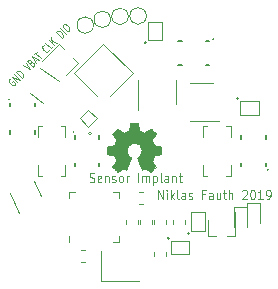
<source format=gto>
G04 #@! TF.GenerationSoftware,KiCad,Pcbnew,5.0.2-bee76a0~70~ubuntu18.04.1*
G04 #@! TF.CreationDate,2019-06-05T01:10:19+02:00*
G04 #@! TF.ProjectId,mainboard,6d61696e-626f-4617-9264-2e6b69636164,rev?*
G04 #@! TF.SameCoordinates,Original*
G04 #@! TF.FileFunction,Legend,Top*
G04 #@! TF.FilePolarity,Positive*
%FSLAX46Y46*%
G04 Gerber Fmt 4.6, Leading zero omitted, Abs format (unit mm)*
G04 Created by KiCad (PCBNEW 5.0.2-bee76a0~70~ubuntu18.04.1) date Mi 05 Jun 2019 01:10:19 CEST*
%MOMM*%
%LPD*%
G01*
G04 APERTURE LIST*
%ADD10C,0.100000*%
%ADD11C,0.125000*%
%ADD12C,0.112500*%
%ADD13C,0.120000*%
%ADD14C,0.010000*%
%ADD15C,0.127000*%
%ADD16C,0.200000*%
G04 APERTURE END LIST*
D10*
X-10502423Y6089116D02*
X-10557981Y6077331D01*
X-10608489Y6026823D01*
X-10637110Y5954429D01*
X-10627008Y5876984D01*
X-10600071Y5816374D01*
X-10529360Y5711992D01*
X-10463700Y5646332D01*
X-10359318Y5575621D01*
X-10298709Y5548684D01*
X-10221264Y5538583D01*
X-10148869Y5567204D01*
X-10115198Y5600875D01*
X-10086577Y5673270D01*
X-10091627Y5711992D01*
X-10244834Y5865199D01*
X-10312177Y5797855D01*
X-9896331Y5819742D02*
X-10355951Y6279361D01*
X-9694301Y6021772D01*
X-10153920Y6481392D01*
X-9525942Y6190131D02*
X-9985561Y6649750D01*
X-9901382Y6733930D01*
X-9828988Y6762551D01*
X-9751543Y6752449D01*
X-9690934Y6725512D01*
X-9586551Y6654801D01*
X-9520891Y6589141D01*
X-9450181Y6484759D01*
X-9423243Y6424150D01*
X-9413142Y6346705D01*
X-9441763Y6274310D01*
X-9525942Y6190131D01*
X-9413142Y7222170D02*
X-8835671Y6880402D01*
X-9177439Y7457872D01*
X-8722871Y7474708D02*
X-8650476Y7503329D01*
X-8611754Y7498278D01*
X-8551145Y7471341D01*
X-8485485Y7405681D01*
X-8458547Y7345072D01*
X-8453497Y7306349D01*
X-8465282Y7250791D01*
X-8599969Y7116104D01*
X-9059588Y7575723D01*
X-8941737Y7693575D01*
X-8886179Y7705360D01*
X-8847456Y7700309D01*
X-8786847Y7673372D01*
X-8743074Y7629598D01*
X-8716136Y7568989D01*
X-8711086Y7530267D01*
X-8722871Y7474708D01*
X-8840722Y7356857D01*
X-8394571Y7584141D02*
X-8226212Y7752500D01*
X-8296923Y7419150D02*
X-8638691Y7996620D01*
X-8061221Y7654852D01*
X-8453497Y8181815D02*
X-8251466Y8383846D01*
X-7892862Y7823211D02*
X-8352481Y8282830D01*
X-7246364Y8557255D02*
X-7241314Y8518533D01*
X-7269935Y8446138D01*
X-7303606Y8412467D01*
X-7376001Y8383846D01*
X-7453446Y8393947D01*
X-7514055Y8420884D01*
X-7618437Y8491595D01*
X-7684097Y8557255D01*
X-7754808Y8661637D01*
X-7781745Y8722247D01*
X-7791847Y8799692D01*
X-7763226Y8872086D01*
X-7729554Y8905758D01*
X-7657160Y8934379D01*
X-7618437Y8929328D01*
X-6882709Y8833363D02*
X-7051068Y8665005D01*
X-7510688Y9124624D01*
X-6764858Y8951215D02*
X-7224478Y9410834D01*
X-6562828Y9153245D02*
X-6976990Y9264362D01*
X-7022447Y9612864D02*
X-6961838Y9148194D01*
X-6141931Y9574142D02*
X-6601550Y10033761D01*
X-6517371Y10117941D01*
X-6444977Y10146562D01*
X-6367532Y10136460D01*
X-6306923Y10109523D01*
X-6202540Y10038812D01*
X-6136880Y9973152D01*
X-6066169Y9868770D01*
X-6039232Y9808161D01*
X-6029131Y9730716D01*
X-6057752Y9658321D01*
X-6141931Y9574142D01*
X-5788378Y9927695D02*
X-6247997Y10387315D01*
X-6012295Y10623017D02*
X-5944951Y10690361D01*
X-5889393Y10702146D01*
X-5811948Y10692044D01*
X-5707565Y10621333D01*
X-5554359Y10468127D01*
X-5483648Y10363745D01*
X-5473547Y10286299D01*
X-5485332Y10230741D01*
X-5552675Y10163398D01*
X-5608234Y10151612D01*
X-5685679Y10161714D01*
X-5790061Y10232425D01*
X-5943268Y10385631D01*
X-6013978Y10490014D01*
X-6024080Y10567459D01*
X-6012295Y10623017D01*
D11*
X-3766666Y-2623809D02*
X-3666666Y-2661904D01*
X-3500000Y-2661904D01*
X-3433333Y-2623809D01*
X-3400000Y-2585714D01*
X-3366666Y-2509523D01*
X-3366666Y-2433333D01*
X-3400000Y-2357142D01*
X-3433333Y-2319047D01*
X-3500000Y-2280952D01*
X-3633333Y-2242857D01*
X-3700000Y-2204761D01*
X-3733333Y-2166666D01*
X-3766666Y-2090476D01*
X-3766666Y-2014285D01*
X-3733333Y-1938095D01*
X-3700000Y-1900000D01*
X-3633333Y-1861904D01*
X-3466666Y-1861904D01*
X-3366666Y-1900000D01*
X-2800000Y-2623809D02*
X-2866666Y-2661904D01*
X-3000000Y-2661904D01*
X-3066666Y-2623809D01*
X-3100000Y-2547619D01*
X-3100000Y-2242857D01*
X-3066666Y-2166666D01*
X-3000000Y-2128571D01*
X-2866666Y-2128571D01*
X-2800000Y-2166666D01*
X-2766666Y-2242857D01*
X-2766666Y-2319047D01*
X-3100000Y-2395238D01*
X-2466666Y-2128571D02*
X-2466666Y-2661904D01*
X-2466666Y-2204761D02*
X-2433333Y-2166666D01*
X-2366666Y-2128571D01*
X-2266666Y-2128571D01*
X-2200000Y-2166666D01*
X-2166666Y-2242857D01*
X-2166666Y-2661904D01*
X-1866666Y-2623809D02*
X-1800000Y-2661904D01*
X-1666666Y-2661904D01*
X-1600000Y-2623809D01*
X-1566666Y-2547619D01*
X-1566666Y-2509523D01*
X-1600000Y-2433333D01*
X-1666666Y-2395238D01*
X-1766666Y-2395238D01*
X-1833333Y-2357142D01*
X-1866666Y-2280952D01*
X-1866666Y-2242857D01*
X-1833333Y-2166666D01*
X-1766666Y-2128571D01*
X-1666666Y-2128571D01*
X-1600000Y-2166666D01*
X-1166666Y-2661904D02*
X-1233333Y-2623809D01*
X-1266666Y-2585714D01*
X-1300000Y-2509523D01*
X-1300000Y-2280952D01*
X-1266666Y-2204761D01*
X-1233333Y-2166666D01*
X-1166666Y-2128571D01*
X-1066666Y-2128571D01*
X-1000000Y-2166666D01*
X-966666Y-2204761D01*
X-933333Y-2280952D01*
X-933333Y-2509523D01*
X-966666Y-2585714D01*
X-1000000Y-2623809D01*
X-1066666Y-2661904D01*
X-1166666Y-2661904D01*
X-633333Y-2661904D02*
X-633333Y-2128571D01*
X-633333Y-2280952D02*
X-600000Y-2204761D01*
X-566666Y-2166666D01*
X-500000Y-2128571D01*
X-433333Y-2128571D01*
X333333Y-2661904D02*
X333333Y-1861904D01*
X666666Y-2661904D02*
X666666Y-2128571D01*
X666666Y-2204761D02*
X700000Y-2166666D01*
X766666Y-2128571D01*
X866666Y-2128571D01*
X933333Y-2166666D01*
X966666Y-2242857D01*
X966666Y-2661904D01*
X966666Y-2242857D02*
X1000000Y-2166666D01*
X1066666Y-2128571D01*
X1166666Y-2128571D01*
X1233333Y-2166666D01*
X1266666Y-2242857D01*
X1266666Y-2661904D01*
X1600000Y-2128571D02*
X1600000Y-2928571D01*
X1600000Y-2166666D02*
X1666666Y-2128571D01*
X1800000Y-2128571D01*
X1866666Y-2166666D01*
X1900000Y-2204761D01*
X1933333Y-2280952D01*
X1933333Y-2509523D01*
X1900000Y-2585714D01*
X1866666Y-2623809D01*
X1800000Y-2661904D01*
X1666666Y-2661904D01*
X1600000Y-2623809D01*
X2333333Y-2661904D02*
X2266666Y-2623809D01*
X2233333Y-2547619D01*
X2233333Y-1861904D01*
X2900000Y-2661904D02*
X2900000Y-2242857D01*
X2866666Y-2166666D01*
X2800000Y-2128571D01*
X2666666Y-2128571D01*
X2600000Y-2166666D01*
X2900000Y-2623809D02*
X2833333Y-2661904D01*
X2666666Y-2661904D01*
X2600000Y-2623809D01*
X2566666Y-2547619D01*
X2566666Y-2471428D01*
X2600000Y-2395238D01*
X2666666Y-2357142D01*
X2833333Y-2357142D01*
X2900000Y-2319047D01*
X3233333Y-2128571D02*
X3233333Y-2661904D01*
X3233333Y-2204761D02*
X3266666Y-2166666D01*
X3333333Y-2128571D01*
X3433333Y-2128571D01*
X3499999Y-2166666D01*
X3533333Y-2242857D01*
X3533333Y-2661904D01*
X3766666Y-2128571D02*
X4033333Y-2128571D01*
X3866666Y-1861904D02*
X3866666Y-2547619D01*
X3899999Y-2623809D01*
X3966666Y-2661904D01*
X4033333Y-2661904D01*
D12*
X2025000Y-4101904D02*
X2025000Y-3301904D01*
X2425000Y-4101904D01*
X2425000Y-3301904D01*
X2758333Y-4101904D02*
X2758333Y-3568571D01*
X2758333Y-3301904D02*
X2724999Y-3340000D01*
X2758333Y-3378095D01*
X2791666Y-3340000D01*
X2758333Y-3301904D01*
X2758333Y-3378095D01*
X3091666Y-4101904D02*
X3091666Y-3301904D01*
X3158333Y-3797142D02*
X3358333Y-4101904D01*
X3358333Y-3568571D02*
X3091666Y-3873333D01*
X3758333Y-4101904D02*
X3691666Y-4063809D01*
X3658333Y-3987619D01*
X3658333Y-3301904D01*
X4324999Y-4101904D02*
X4324999Y-3682857D01*
X4291666Y-3606666D01*
X4224999Y-3568571D01*
X4091666Y-3568571D01*
X4024999Y-3606666D01*
X4324999Y-4063809D02*
X4258333Y-4101904D01*
X4091666Y-4101904D01*
X4024999Y-4063809D01*
X3991666Y-3987619D01*
X3991666Y-3911428D01*
X4024999Y-3835238D01*
X4091666Y-3797142D01*
X4258333Y-3797142D01*
X4324999Y-3759047D01*
X4625000Y-4063809D02*
X4691666Y-4101904D01*
X4825000Y-4101904D01*
X4891666Y-4063809D01*
X4925000Y-3987619D01*
X4925000Y-3949523D01*
X4891666Y-3873333D01*
X4825000Y-3835238D01*
X4725000Y-3835238D01*
X4658333Y-3797142D01*
X4625000Y-3720952D01*
X4625000Y-3682857D01*
X4658333Y-3606666D01*
X4725000Y-3568571D01*
X4825000Y-3568571D01*
X4891666Y-3606666D01*
X5991666Y-3682857D02*
X5758333Y-3682857D01*
X5758333Y-4101904D02*
X5758333Y-3301904D01*
X6091666Y-3301904D01*
X6658333Y-4101904D02*
X6658333Y-3682857D01*
X6624999Y-3606666D01*
X6558333Y-3568571D01*
X6424999Y-3568571D01*
X6358333Y-3606666D01*
X6658333Y-4063809D02*
X6591666Y-4101904D01*
X6424999Y-4101904D01*
X6358333Y-4063809D01*
X6324999Y-3987619D01*
X6324999Y-3911428D01*
X6358333Y-3835238D01*
X6424999Y-3797142D01*
X6591666Y-3797142D01*
X6658333Y-3759047D01*
X7291666Y-3568571D02*
X7291666Y-4101904D01*
X6991666Y-3568571D02*
X6991666Y-3987619D01*
X7024999Y-4063809D01*
X7091666Y-4101904D01*
X7191666Y-4101904D01*
X7258333Y-4063809D01*
X7291666Y-4025714D01*
X7524999Y-3568571D02*
X7791666Y-3568571D01*
X7624999Y-3301904D02*
X7624999Y-3987619D01*
X7658333Y-4063809D01*
X7724999Y-4101904D01*
X7791666Y-4101904D01*
X8024999Y-4101904D02*
X8024999Y-3301904D01*
X8324999Y-4101904D02*
X8324999Y-3682857D01*
X8291666Y-3606666D01*
X8224999Y-3568571D01*
X8124999Y-3568571D01*
X8058333Y-3606666D01*
X8024999Y-3644761D01*
X9158333Y-3378095D02*
X9191666Y-3340000D01*
X9258333Y-3301904D01*
X9424999Y-3301904D01*
X9491666Y-3340000D01*
X9524999Y-3378095D01*
X9558333Y-3454285D01*
X9558333Y-3530476D01*
X9524999Y-3644761D01*
X9124999Y-4101904D01*
X9558333Y-4101904D01*
X9991666Y-3301904D02*
X10058333Y-3301904D01*
X10124999Y-3340000D01*
X10158333Y-3378095D01*
X10191666Y-3454285D01*
X10224999Y-3606666D01*
X10224999Y-3797142D01*
X10191666Y-3949523D01*
X10158333Y-4025714D01*
X10124999Y-4063809D01*
X10058333Y-4101904D01*
X9991666Y-4101904D01*
X9924999Y-4063809D01*
X9891666Y-4025714D01*
X9858333Y-3949523D01*
X9824999Y-3797142D01*
X9824999Y-3606666D01*
X9858333Y-3454285D01*
X9891666Y-3378095D01*
X9924999Y-3340000D01*
X9991666Y-3301904D01*
X10891666Y-4101904D02*
X10491666Y-4101904D01*
X10691666Y-4101904D02*
X10691666Y-3301904D01*
X10624999Y-3416190D01*
X10558333Y-3492380D01*
X10491666Y-3530476D01*
X11224999Y-4101904D02*
X11358333Y-4101904D01*
X11424999Y-4063809D01*
X11458333Y-4025714D01*
X11524999Y-3911428D01*
X11558333Y-3759047D01*
X11558333Y-3454285D01*
X11524999Y-3378095D01*
X11491666Y-3340000D01*
X11424999Y-3301904D01*
X11291666Y-3301904D01*
X11224999Y-3340000D01*
X11191666Y-3378095D01*
X11158333Y-3454285D01*
X11158333Y-3644761D01*
X11191666Y-3720952D01*
X11224999Y-3759047D01*
X11291666Y-3797142D01*
X11424999Y-3797142D01*
X11491666Y-3759047D01*
X11524999Y-3720952D01*
X11558333Y-3644761D01*
D13*
G04 #@! TO.C,Q1*
X1050000Y9150000D02*
G75*
G03X1050000Y9150000I-100000J0D01*
G01*
X2330000Y10930000D02*
X2330000Y9370000D01*
X1170000Y10930000D02*
X2330000Y10930000D01*
X1170000Y9370000D02*
X1170000Y10930000D01*
X2330000Y9370000D02*
X1170000Y9370000D01*
G04 #@! TO.C,U7*
X-3645880Y1464268D02*
G75*
G03X-3645880Y1464268I-99999J0D01*
G01*
X-3887300Y3444167D02*
X-3180193Y2737060D01*
X-4594407Y2737060D02*
X-3887300Y3444167D01*
X-3887300Y2029953D02*
X-4594407Y2737060D01*
X-3180193Y2737060D02*
X-3887300Y2029953D01*
G04 #@! TO.C,Q2*
X8970000Y3070000D02*
X8970000Y4230000D01*
X8970000Y4230000D02*
X10530000Y4230000D01*
X10530000Y4230000D02*
X10530000Y3070000D01*
X10530000Y3070000D02*
X8970000Y3070000D01*
X8850000Y4450000D02*
G75*
G03X8850000Y4450000I-100000J0D01*
G01*
G04 #@! TO.C,Q3*
X5980000Y-6780000D02*
X4820000Y-6780000D01*
X4820000Y-6780000D02*
X4820000Y-5220000D01*
X4820000Y-5220000D02*
X5980000Y-5220000D01*
X5980000Y-5220000D02*
X5980000Y-6780000D01*
X4700000Y-7000000D02*
G75*
G03X4700000Y-7000000I-100000J0D01*
G01*
G04 #@! TO.C,U10*
X3120000Y-8780000D02*
X3120000Y-7620000D01*
X3120000Y-7620000D02*
X4680000Y-7620000D01*
X4680000Y-7620000D02*
X4680000Y-8780000D01*
X4680000Y-8780000D02*
X3120000Y-8780000D01*
X3000000Y-7400000D02*
G75*
G03X3000000Y-7400000I-100000J0D01*
G01*
G04 #@! TO.C,D2*
X9590000Y-4400000D02*
X9590000Y-6100000D01*
X10690000Y-4400000D02*
X9590000Y-4400000D01*
X10690000Y-6100000D02*
X10690000Y-4400000D01*
D14*
G04 #@! TO.C,REF\002A\002A*
G36*
X103690Y2323472D02*
X182234Y2323042D01*
X239078Y2321878D01*
X277885Y2319613D01*
X302318Y2315880D01*
X316042Y2310314D01*
X322720Y2302547D01*
X326016Y2292215D01*
X326336Y2290877D01*
X331342Y2266741D01*
X340609Y2219119D01*
X353172Y2153079D01*
X368067Y2073692D01*
X384331Y1986024D01*
X384899Y1982945D01*
X401190Y1897031D01*
X416432Y1821124D01*
X429641Y1759775D01*
X439834Y1717538D01*
X446028Y1698965D01*
X446323Y1698636D01*
X464568Y1689567D01*
X502185Y1674453D01*
X551051Y1656558D01*
X551323Y1656462D01*
X612873Y1633327D01*
X685437Y1603855D01*
X753837Y1574223D01*
X757074Y1572758D01*
X868482Y1522194D01*
X1115179Y1690660D01*
X1190857Y1742017D01*
X1259411Y1787931D01*
X1316868Y1825790D01*
X1359256Y1852983D01*
X1382605Y1866899D01*
X1384822Y1867931D01*
X1401790Y1863336D01*
X1433481Y1841165D01*
X1481132Y1800373D01*
X1545978Y1739915D01*
X1612177Y1675593D01*
X1675994Y1612208D01*
X1733109Y1554369D01*
X1780085Y1505645D01*
X1813483Y1469610D01*
X1829865Y1449836D01*
X1830474Y1448818D01*
X1832285Y1435248D01*
X1825463Y1413087D01*
X1808320Y1379342D01*
X1779173Y1331020D01*
X1736335Y1265128D01*
X1679228Y1180303D01*
X1628546Y1105643D01*
X1583241Y1038680D01*
X1545930Y983304D01*
X1519232Y943400D01*
X1505765Y922858D01*
X1504917Y921464D01*
X1506561Y901782D01*
X1519025Y863527D01*
X1539828Y813931D01*
X1547242Y798092D01*
X1579594Y727530D01*
X1614108Y647467D01*
X1642145Y578191D01*
X1662348Y526775D01*
X1678395Y487701D01*
X1687668Y467279D01*
X1688821Y465706D01*
X1705876Y463099D01*
X1746078Y455957D01*
X1804082Y445297D01*
X1874543Y432135D01*
X1952115Y417487D01*
X2031452Y402371D01*
X2107211Y387802D01*
X2174044Y374798D01*
X2226608Y364375D01*
X2259556Y357550D01*
X2267637Y355621D01*
X2275985Y350858D01*
X2282286Y340102D01*
X2286825Y319722D01*
X2289884Y286086D01*
X2291747Y235565D01*
X2292698Y164528D01*
X2293020Y69344D01*
X2293037Y30328D01*
X2293037Y-286979D01*
X2216837Y-302019D01*
X2174443Y-310175D01*
X2111180Y-322079D01*
X2034742Y-336296D01*
X1952823Y-351390D01*
X1930180Y-355535D01*
X1854586Y-370233D01*
X1788733Y-384685D01*
X1738146Y-397555D01*
X1708354Y-407502D01*
X1703392Y-410467D01*
X1691206Y-431463D01*
X1673733Y-472147D01*
X1654357Y-524502D01*
X1650514Y-535780D01*
X1625119Y-605703D01*
X1593597Y-684598D01*
X1562749Y-755446D01*
X1562597Y-755775D01*
X1511227Y-866913D01*
X1680179Y-1115433D01*
X1849132Y-1363952D01*
X1632209Y-1581238D01*
X1566599Y-1645906D01*
X1506759Y-1702913D01*
X1456047Y-1749213D01*
X1417826Y-1781764D01*
X1395455Y-1797523D01*
X1392246Y-1798523D01*
X1373406Y-1790649D01*
X1334960Y-1768758D01*
X1281110Y-1735447D01*
X1216056Y-1693311D01*
X1145720Y-1646123D01*
X1074335Y-1597990D01*
X1010688Y-1556108D01*
X958821Y-1523051D01*
X922775Y-1501398D01*
X906647Y-1493723D01*
X886969Y-1500217D01*
X849655Y-1517330D01*
X802401Y-1541506D01*
X797392Y-1544193D01*
X733757Y-1576107D01*
X690121Y-1591759D01*
X662982Y-1591925D01*
X648837Y-1577384D01*
X648755Y-1577180D01*
X641685Y-1559959D01*
X624822Y-1519079D01*
X599475Y-1457705D01*
X566951Y-1378999D01*
X528558Y-1286127D01*
X485602Y-1182252D01*
X444002Y-1081682D01*
X398284Y-970696D01*
X356306Y-867883D01*
X319328Y-776395D01*
X288607Y-699381D01*
X265402Y-639995D01*
X250970Y-601389D01*
X246523Y-586980D01*
X257676Y-570452D01*
X286849Y-544110D01*
X325751Y-515067D01*
X436537Y-423219D01*
X523131Y-317939D01*
X584496Y-201446D01*
X619595Y-75956D01*
X627388Y56313D01*
X621723Y117363D01*
X590858Y244025D01*
X537700Y355879D01*
X465547Y451819D01*
X377697Y530744D01*
X277445Y591550D01*
X168090Y633133D01*
X52927Y654392D01*
X-64745Y654221D01*
X-181630Y631519D01*
X-294431Y585182D01*
X-399851Y514107D01*
X-443852Y473909D01*
X-528241Y370691D01*
X-586998Y257895D01*
X-620516Y138810D01*
X-629185Y16725D01*
X-613397Y-105073D01*
X-573542Y-223296D01*
X-510013Y-334655D01*
X-423199Y-435864D01*
X-326191Y-515067D01*
X-285783Y-545342D01*
X-257238Y-571399D01*
X-246963Y-587005D01*
X-252343Y-604023D01*
X-267645Y-644680D01*
X-291608Y-705822D01*
X-322976Y-784299D01*
X-360488Y-876960D01*
X-402887Y-980652D01*
X-444557Y-1081706D01*
X-490530Y-1192787D01*
X-533113Y-1295721D01*
X-570999Y-1387345D01*
X-602880Y-1464496D01*
X-627449Y-1524011D01*
X-643400Y-1562724D01*
X-649310Y-1577180D01*
X-663272Y-1591865D01*
X-690280Y-1591822D01*
X-733807Y-1576279D01*
X-797330Y-1544464D01*
X-797832Y-1544193D01*
X-845660Y-1519503D01*
X-884323Y-1501518D01*
X-906125Y-1493794D01*
X-907087Y-1493723D01*
X-923499Y-1501558D01*
X-959733Y-1523345D01*
X-1011746Y-1556508D01*
X-1075495Y-1598471D01*
X-1146160Y-1646123D01*
X-1218104Y-1694371D01*
X-1282946Y-1736331D01*
X-1336485Y-1769407D01*
X-1374523Y-1791001D01*
X-1392687Y-1798523D01*
X-1409412Y-1788637D01*
X-1443040Y-1761006D01*
X-1490210Y-1718675D01*
X-1547562Y-1664685D01*
X-1611736Y-1602079D01*
X-1632723Y-1581163D01*
X-1849721Y-1363803D01*
X-1684552Y-1121400D01*
X-1634356Y-1046961D01*
X-1590301Y-980152D01*
X-1554858Y-924845D01*
X-1530501Y-884909D01*
X-1519698Y-864216D01*
X-1519382Y-862743D01*
X-1525077Y-843238D01*
X-1540394Y-804002D01*
X-1562683Y-751610D01*
X-1578327Y-716535D01*
X-1607579Y-649381D01*
X-1635126Y-581538D01*
X-1656483Y-524214D01*
X-1662285Y-506752D01*
X-1678768Y-460118D01*
X-1694880Y-424085D01*
X-1703730Y-410467D01*
X-1723260Y-402132D01*
X-1765886Y-390317D01*
X-1826075Y-376361D01*
X-1898298Y-361602D01*
X-1930620Y-355535D01*
X-2012698Y-340453D01*
X-2091425Y-325849D01*
X-2159111Y-313160D01*
X-2208060Y-303822D01*
X-2217277Y-302019D01*
X-2293477Y-286979D01*
X-2293477Y30328D01*
X-2293306Y134666D01*
X-2292604Y213607D01*
X-2291086Y270782D01*
X-2288471Y309821D01*
X-2284474Y334355D01*
X-2278811Y348015D01*
X-2271200Y354431D01*
X-2268077Y355621D01*
X-2249242Y359840D01*
X-2207632Y368258D01*
X-2148590Y379859D01*
X-2077463Y393625D01*
X-1999595Y408540D01*
X-1920333Y423588D01*
X-1845022Y437751D01*
X-1779007Y450014D01*
X-1727633Y459359D01*
X-1696245Y464770D01*
X-1689261Y465706D01*
X-1682935Y478224D01*
X-1668930Y511574D01*
X-1649865Y559443D01*
X-1642586Y578191D01*
X-1613224Y650625D01*
X-1578649Y730650D01*
X-1547683Y798092D01*
X-1524897Y849661D01*
X-1509738Y892035D01*
X-1504678Y917986D01*
X-1505484Y921464D01*
X-1516179Y937884D01*
X-1540600Y974403D01*
X-1576125Y1027133D01*
X-1620133Y1092185D01*
X-1670003Y1165669D01*
X-1679864Y1180175D01*
X-1737728Y1266116D01*
X-1780264Y1331559D01*
X-1809166Y1379516D01*
X-1826130Y1413000D01*
X-1832853Y1435025D01*
X-1831030Y1448603D01*
X-1830984Y1448689D01*
X-1816634Y1466523D01*
X-1784897Y1501003D01*
X-1739210Y1548552D01*
X-1683016Y1605598D01*
X-1619752Y1668565D01*
X-1612618Y1675593D01*
X-1532890Y1752800D01*
X-1471363Y1809490D01*
X-1426799Y1846710D01*
X-1397963Y1865505D01*
X-1385262Y1867931D01*
X-1366726Y1857349D01*
X-1328259Y1832904D01*
X-1273834Y1797208D01*
X-1207422Y1752873D01*
X-1132995Y1702509D01*
X-1115619Y1690660D01*
X-868923Y1522194D01*
X-757514Y1572758D01*
X-689763Y1602225D01*
X-617037Y1631861D01*
X-554517Y1655490D01*
X-551763Y1656462D01*
X-502860Y1674363D01*
X-465163Y1689500D01*
X-446795Y1698610D01*
X-446764Y1698636D01*
X-440935Y1715103D01*
X-431028Y1755601D01*
X-418025Y1815578D01*
X-402911Y1890480D01*
X-386668Y1975756D01*
X-385339Y1982945D01*
X-369045Y2070806D01*
X-354087Y2150560D01*
X-341429Y2217139D01*
X-332034Y2265473D01*
X-326866Y2290495D01*
X-326776Y2290877D01*
X-323631Y2301521D01*
X-317516Y2309558D01*
X-304767Y2315353D01*
X-281720Y2319273D01*
X-244711Y2321685D01*
X-190076Y2322955D01*
X-114153Y2323449D01*
X-13276Y2323534D01*
X-220Y2323534D01*
X103690Y2323472D01*
X103690Y2323472D01*
G37*
X103690Y2323472D02*
X182234Y2323042D01*
X239078Y2321878D01*
X277885Y2319613D01*
X302318Y2315880D01*
X316042Y2310314D01*
X322720Y2302547D01*
X326016Y2292215D01*
X326336Y2290877D01*
X331342Y2266741D01*
X340609Y2219119D01*
X353172Y2153079D01*
X368067Y2073692D01*
X384331Y1986024D01*
X384899Y1982945D01*
X401190Y1897031D01*
X416432Y1821124D01*
X429641Y1759775D01*
X439834Y1717538D01*
X446028Y1698965D01*
X446323Y1698636D01*
X464568Y1689567D01*
X502185Y1674453D01*
X551051Y1656558D01*
X551323Y1656462D01*
X612873Y1633327D01*
X685437Y1603855D01*
X753837Y1574223D01*
X757074Y1572758D01*
X868482Y1522194D01*
X1115179Y1690660D01*
X1190857Y1742017D01*
X1259411Y1787931D01*
X1316868Y1825790D01*
X1359256Y1852983D01*
X1382605Y1866899D01*
X1384822Y1867931D01*
X1401790Y1863336D01*
X1433481Y1841165D01*
X1481132Y1800373D01*
X1545978Y1739915D01*
X1612177Y1675593D01*
X1675994Y1612208D01*
X1733109Y1554369D01*
X1780085Y1505645D01*
X1813483Y1469610D01*
X1829865Y1449836D01*
X1830474Y1448818D01*
X1832285Y1435248D01*
X1825463Y1413087D01*
X1808320Y1379342D01*
X1779173Y1331020D01*
X1736335Y1265128D01*
X1679228Y1180303D01*
X1628546Y1105643D01*
X1583241Y1038680D01*
X1545930Y983304D01*
X1519232Y943400D01*
X1505765Y922858D01*
X1504917Y921464D01*
X1506561Y901782D01*
X1519025Y863527D01*
X1539828Y813931D01*
X1547242Y798092D01*
X1579594Y727530D01*
X1614108Y647467D01*
X1642145Y578191D01*
X1662348Y526775D01*
X1678395Y487701D01*
X1687668Y467279D01*
X1688821Y465706D01*
X1705876Y463099D01*
X1746078Y455957D01*
X1804082Y445297D01*
X1874543Y432135D01*
X1952115Y417487D01*
X2031452Y402371D01*
X2107211Y387802D01*
X2174044Y374798D01*
X2226608Y364375D01*
X2259556Y357550D01*
X2267637Y355621D01*
X2275985Y350858D01*
X2282286Y340102D01*
X2286825Y319722D01*
X2289884Y286086D01*
X2291747Y235565D01*
X2292698Y164528D01*
X2293020Y69344D01*
X2293037Y30328D01*
X2293037Y-286979D01*
X2216837Y-302019D01*
X2174443Y-310175D01*
X2111180Y-322079D01*
X2034742Y-336296D01*
X1952823Y-351390D01*
X1930180Y-355535D01*
X1854586Y-370233D01*
X1788733Y-384685D01*
X1738146Y-397555D01*
X1708354Y-407502D01*
X1703392Y-410467D01*
X1691206Y-431463D01*
X1673733Y-472147D01*
X1654357Y-524502D01*
X1650514Y-535780D01*
X1625119Y-605703D01*
X1593597Y-684598D01*
X1562749Y-755446D01*
X1562597Y-755775D01*
X1511227Y-866913D01*
X1680179Y-1115433D01*
X1849132Y-1363952D01*
X1632209Y-1581238D01*
X1566599Y-1645906D01*
X1506759Y-1702913D01*
X1456047Y-1749213D01*
X1417826Y-1781764D01*
X1395455Y-1797523D01*
X1392246Y-1798523D01*
X1373406Y-1790649D01*
X1334960Y-1768758D01*
X1281110Y-1735447D01*
X1216056Y-1693311D01*
X1145720Y-1646123D01*
X1074335Y-1597990D01*
X1010688Y-1556108D01*
X958821Y-1523051D01*
X922775Y-1501398D01*
X906647Y-1493723D01*
X886969Y-1500217D01*
X849655Y-1517330D01*
X802401Y-1541506D01*
X797392Y-1544193D01*
X733757Y-1576107D01*
X690121Y-1591759D01*
X662982Y-1591925D01*
X648837Y-1577384D01*
X648755Y-1577180D01*
X641685Y-1559959D01*
X624822Y-1519079D01*
X599475Y-1457705D01*
X566951Y-1378999D01*
X528558Y-1286127D01*
X485602Y-1182252D01*
X444002Y-1081682D01*
X398284Y-970696D01*
X356306Y-867883D01*
X319328Y-776395D01*
X288607Y-699381D01*
X265402Y-639995D01*
X250970Y-601389D01*
X246523Y-586980D01*
X257676Y-570452D01*
X286849Y-544110D01*
X325751Y-515067D01*
X436537Y-423219D01*
X523131Y-317939D01*
X584496Y-201446D01*
X619595Y-75956D01*
X627388Y56313D01*
X621723Y117363D01*
X590858Y244025D01*
X537700Y355879D01*
X465547Y451819D01*
X377697Y530744D01*
X277445Y591550D01*
X168090Y633133D01*
X52927Y654392D01*
X-64745Y654221D01*
X-181630Y631519D01*
X-294431Y585182D01*
X-399851Y514107D01*
X-443852Y473909D01*
X-528241Y370691D01*
X-586998Y257895D01*
X-620516Y138810D01*
X-629185Y16725D01*
X-613397Y-105073D01*
X-573542Y-223296D01*
X-510013Y-334655D01*
X-423199Y-435864D01*
X-326191Y-515067D01*
X-285783Y-545342D01*
X-257238Y-571399D01*
X-246963Y-587005D01*
X-252343Y-604023D01*
X-267645Y-644680D01*
X-291608Y-705822D01*
X-322976Y-784299D01*
X-360488Y-876960D01*
X-402887Y-980652D01*
X-444557Y-1081706D01*
X-490530Y-1192787D01*
X-533113Y-1295721D01*
X-570999Y-1387345D01*
X-602880Y-1464496D01*
X-627449Y-1524011D01*
X-643400Y-1562724D01*
X-649310Y-1577180D01*
X-663272Y-1591865D01*
X-690280Y-1591822D01*
X-733807Y-1576279D01*
X-797330Y-1544464D01*
X-797832Y-1544193D01*
X-845660Y-1519503D01*
X-884323Y-1501518D01*
X-906125Y-1493794D01*
X-907087Y-1493723D01*
X-923499Y-1501558D01*
X-959733Y-1523345D01*
X-1011746Y-1556508D01*
X-1075495Y-1598471D01*
X-1146160Y-1646123D01*
X-1218104Y-1694371D01*
X-1282946Y-1736331D01*
X-1336485Y-1769407D01*
X-1374523Y-1791001D01*
X-1392687Y-1798523D01*
X-1409412Y-1788637D01*
X-1443040Y-1761006D01*
X-1490210Y-1718675D01*
X-1547562Y-1664685D01*
X-1611736Y-1602079D01*
X-1632723Y-1581163D01*
X-1849721Y-1363803D01*
X-1684552Y-1121400D01*
X-1634356Y-1046961D01*
X-1590301Y-980152D01*
X-1554858Y-924845D01*
X-1530501Y-884909D01*
X-1519698Y-864216D01*
X-1519382Y-862743D01*
X-1525077Y-843238D01*
X-1540394Y-804002D01*
X-1562683Y-751610D01*
X-1578327Y-716535D01*
X-1607579Y-649381D01*
X-1635126Y-581538D01*
X-1656483Y-524214D01*
X-1662285Y-506752D01*
X-1678768Y-460118D01*
X-1694880Y-424085D01*
X-1703730Y-410467D01*
X-1723260Y-402132D01*
X-1765886Y-390317D01*
X-1826075Y-376361D01*
X-1898298Y-361602D01*
X-1930620Y-355535D01*
X-2012698Y-340453D01*
X-2091425Y-325849D01*
X-2159111Y-313160D01*
X-2208060Y-303822D01*
X-2217277Y-302019D01*
X-2293477Y-286979D01*
X-2293477Y30328D01*
X-2293306Y134666D01*
X-2292604Y213607D01*
X-2291086Y270782D01*
X-2288471Y309821D01*
X-2284474Y334355D01*
X-2278811Y348015D01*
X-2271200Y354431D01*
X-2268077Y355621D01*
X-2249242Y359840D01*
X-2207632Y368258D01*
X-2148590Y379859D01*
X-2077463Y393625D01*
X-1999595Y408540D01*
X-1920333Y423588D01*
X-1845022Y437751D01*
X-1779007Y450014D01*
X-1727633Y459359D01*
X-1696245Y464770D01*
X-1689261Y465706D01*
X-1682935Y478224D01*
X-1668930Y511574D01*
X-1649865Y559443D01*
X-1642586Y578191D01*
X-1613224Y650625D01*
X-1578649Y730650D01*
X-1547683Y798092D01*
X-1524897Y849661D01*
X-1509738Y892035D01*
X-1504678Y917986D01*
X-1505484Y921464D01*
X-1516179Y937884D01*
X-1540600Y974403D01*
X-1576125Y1027133D01*
X-1620133Y1092185D01*
X-1670003Y1165669D01*
X-1679864Y1180175D01*
X-1737728Y1266116D01*
X-1780264Y1331559D01*
X-1809166Y1379516D01*
X-1826130Y1413000D01*
X-1832853Y1435025D01*
X-1831030Y1448603D01*
X-1830984Y1448689D01*
X-1816634Y1466523D01*
X-1784897Y1501003D01*
X-1739210Y1548552D01*
X-1683016Y1605598D01*
X-1619752Y1668565D01*
X-1612618Y1675593D01*
X-1532890Y1752800D01*
X-1471363Y1809490D01*
X-1426799Y1846710D01*
X-1397963Y1865505D01*
X-1385262Y1867931D01*
X-1366726Y1857349D01*
X-1328259Y1832904D01*
X-1273834Y1797208D01*
X-1207422Y1752873D01*
X-1132995Y1702509D01*
X-1115619Y1690660D01*
X-868923Y1522194D01*
X-757514Y1572758D01*
X-689763Y1602225D01*
X-617037Y1631861D01*
X-554517Y1655490D01*
X-551763Y1656462D01*
X-502860Y1674363D01*
X-465163Y1689500D01*
X-446795Y1698610D01*
X-446764Y1698636D01*
X-440935Y1715103D01*
X-431028Y1755601D01*
X-418025Y1815578D01*
X-402911Y1890480D01*
X-386668Y1975756D01*
X-385339Y1982945D01*
X-369045Y2070806D01*
X-354087Y2150560D01*
X-341429Y2217139D01*
X-332034Y2265473D01*
X-326866Y2290495D01*
X-326776Y2290877D01*
X-323631Y2301521D01*
X-317516Y2309558D01*
X-304767Y2315353D01*
X-281720Y2319273D01*
X-244711Y2321685D01*
X-190076Y2322955D01*
X-114153Y2323449D01*
X-13276Y2323534D01*
X-220Y2323534D01*
X103690Y2323472D01*
D13*
G04 #@! TO.C,J19*
X-1997700Y11125360D02*
G75*
G03X-1997700Y11125360I-700000J0D01*
G01*
G04 #@! TO.C,J20*
X-3442960Y10637680D02*
G75*
G03X-3442960Y10637680I-700000J0D01*
G01*
G04 #@! TO.C,J18*
X-496560Y11379360D02*
G75*
G03X-496560Y11379360I-700000J0D01*
G01*
G04 #@! TO.C,J17*
X1032520Y11414920D02*
G75*
G03X1032520Y11414920I-700000J0D01*
G01*
G04 #@! TO.C,U1*
X-5510000Y-7235000D02*
X-5510000Y-7710000D01*
X-1290000Y-3490000D02*
X-1765000Y-3490000D01*
X-1290000Y-3965000D02*
X-1290000Y-3490000D01*
X-1290000Y-7710000D02*
X-1765000Y-7710000D01*
X-1290000Y-7235000D02*
X-1290000Y-7710000D01*
X-5510000Y-3490000D02*
X-5035000Y-3490000D01*
X-5510000Y-3965000D02*
X-5510000Y-3490000D01*
G04 #@! TO.C,U9*
X7200000Y2480000D02*
X4700000Y2480000D01*
X4700000Y5720000D02*
X6700000Y5720000D01*
G04 #@! TO.C,U6*
X3537480Y5991260D02*
X3537480Y3991260D01*
X297480Y3491260D02*
X297480Y5991260D01*
D10*
G04 #@! TO.C,J11*
X-6200000Y-2110000D02*
X-5840000Y-2110000D01*
X-5840000Y-2110000D02*
X-5840000Y-1200000D01*
X-7800000Y-2110000D02*
X-8160000Y-2110000D01*
X-8160000Y-2110000D02*
X-8160000Y-1200000D01*
X-5840000Y1200000D02*
X-5840000Y2110000D01*
X-5840000Y2110000D02*
X-6200000Y2110000D01*
X-8160000Y1200000D02*
X-8160000Y2110000D01*
X-8160000Y2110000D02*
X-7800000Y2110000D01*
G04 #@! TO.C,J12*
X7800000Y-2110000D02*
X8160000Y-2110000D01*
X8160000Y-2110000D02*
X8160000Y-1200000D01*
X6200000Y-2110000D02*
X5840000Y-2110000D01*
X5840000Y-2110000D02*
X5840000Y-1200000D01*
X8160000Y1200000D02*
X8160000Y2110000D01*
X8160000Y2110000D02*
X7800000Y2110000D01*
X5840000Y1200000D02*
X5840000Y2110000D01*
X5840000Y2110000D02*
X6200000Y2110000D01*
D13*
G04 #@! TO.C,D1*
X8490000Y-4750000D02*
X8490000Y-6450000D01*
X9590000Y-4750000D02*
X8490000Y-4750000D01*
X9590000Y-6450000D02*
X9590000Y-4750000D01*
G04 #@! TO.C,U4*
X-3168394Y4648438D02*
X-5098442Y6578486D01*
X-5098442Y6578486D02*
X-2617911Y9059017D01*
X-2617911Y9059017D02*
X-111924Y6553030D01*
X-111924Y6553030D02*
X-2016517Y4648438D01*
D15*
G04 #@! TO.C,U5*
X6380000Y9274000D02*
X6080000Y9274000D01*
X6380000Y7226000D02*
X6080000Y7226000D01*
X3720000Y9274000D02*
X4020000Y9274000D01*
X3720000Y7226000D02*
X4020000Y7226000D01*
D16*
X6700000Y9450000D02*
G75*
G03X6700000Y9450000I-50000J0D01*
G01*
G04 #@! TO.C,U8*
X11350000Y-1600000D02*
G75*
G03X11350000Y-1600000I-50000J0D01*
G01*
D15*
X9076000Y1330000D02*
X9076000Y1030000D01*
X11124000Y1330000D02*
X11124000Y1030000D01*
X9076000Y-1330000D02*
X9076000Y-1030000D01*
X11124000Y-1330000D02*
X11124000Y-1030000D01*
G04 #@! TO.C,U11*
X-4989160Y1332700D02*
X-4989160Y1032700D01*
X-2941160Y1332700D02*
X-2941160Y1032700D01*
X-4989160Y-1327300D02*
X-4989160Y-1027300D01*
X-2941160Y-1327300D02*
X-2941160Y-1027300D01*
D16*
X-5115160Y1602700D02*
G75*
G03X-5115160Y1602700I-50000J0D01*
G01*
G04 #@! TO.C,U12*
X-10596480Y4350980D02*
G75*
G03X-10596480Y4350980I-50000J0D01*
G01*
D15*
X-8422480Y1420980D02*
X-8422480Y1720980D01*
X-10470480Y1420980D02*
X-10470480Y1720980D01*
X-8422480Y4080980D02*
X-8422480Y3780980D01*
X-10470480Y4080980D02*
X-10470480Y3780980D01*
D13*
G04 #@! TO.C,C48*
X437221Y-3490000D02*
X762779Y-3490000D01*
X437221Y-4510000D02*
X762779Y-4510000D01*
G04 #@! TO.C,C46*
X-4462779Y-9410000D02*
X-4137221Y-9410000D01*
X-4462779Y-8390000D02*
X-4137221Y-8390000D01*
G04 #@! TO.C,C47*
X1681800Y-8897679D02*
X1681800Y-8572121D01*
X2701800Y-8897679D02*
X2701800Y-8572121D01*
G04 #@! TO.C,C45*
X490000Y-5837221D02*
X490000Y-6162779D01*
X1510000Y-5837221D02*
X1510000Y-6162779D01*
G04 #@! TO.C,C49*
X2710000Y-5837221D02*
X2710000Y-6162779D01*
X1690000Y-5837221D02*
X1690000Y-6162779D01*
G04 #@! TO.C,L9*
X3290000Y-5837221D02*
X3290000Y-6162779D01*
X4310000Y-5837221D02*
X4310000Y-6162779D01*
G04 #@! TO.C,L5*
X-710000Y-6162779D02*
X-710000Y-5837221D01*
X310000Y-6162779D02*
X310000Y-5837221D01*
G04 #@! TO.C,U13*
X-6373845Y5946373D02*
X-7930234Y7036168D01*
X-8851355Y4848947D02*
X-7704542Y4045940D01*
G04 #@! TO.C,Y1*
X-2776240Y-8461060D02*
X-2776240Y-11061060D01*
X-2776240Y-11061060D02*
X423760Y-11061060D01*
G04 #@! TO.C,U3*
X-5208699Y7881855D02*
X-4742008Y7415164D01*
X-6382496Y9055652D02*
X-5915805Y8588961D01*
X-6382496Y9055652D02*
X-7817923Y7620225D01*
X-5739029Y6418144D02*
X-4742008Y7415164D01*
G04 #@! TO.C,Q4*
X6240000Y-5820000D02*
X6240000Y-7230000D01*
X8560000Y-7230000D02*
X8560000Y-5200000D01*
X8560000Y-7230000D02*
X7900000Y-7230000D01*
X6900000Y-7230000D02*
X6240000Y-7230000D01*
G04 #@! TO.C,U2*
X-10547150Y-3555822D02*
X-9744175Y-5277807D01*
X-7852850Y-3844178D02*
X-8444516Y-2575347D01*
G04 #@! TD*
M02*

</source>
